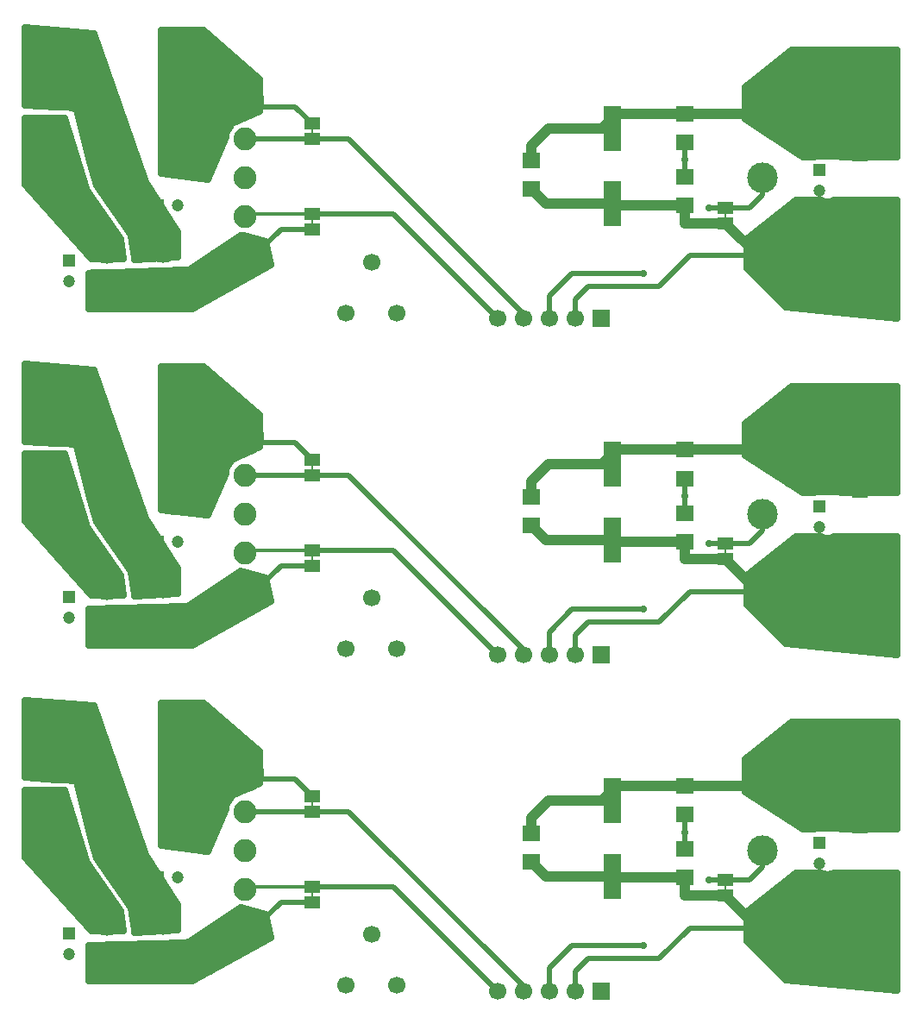
<source format=gtl>
G04 DipTrace 3.2.0.1*
G04 Top.GTL*
%MOIN*%
G04 #@! TF.FileFunction,Copper,L1,Top*
G04 #@! TF.Part,Single*
G04 #@! TA.AperFunction,Conductor*
%ADD14C,0.019685*%
%ADD15C,0.012992*%
%ADD16C,0.03937*%
G04 #@! TA.AperFunction,CopperBalancing*
%ADD17C,0.025*%
%ADD18R,0.070866X0.062992*%
G04 #@! TA.AperFunction,ComponentPad*
%ADD19C,0.047244*%
%ADD20R,0.047244X0.047244*%
%ADD21R,0.066929X0.066929*%
%ADD22C,0.066929*%
%ADD23C,0.11811*%
%ADD24C,0.088583*%
%ADD25C,0.15*%
%ADD26O,0.114173X0.098425*%
%ADD29R,0.063X0.046*%
%ADD30R,0.008X0.025*%
G04 #@! TA.AperFunction,ComponentPad*
%ADD33C,0.066929*%
%ADD35C,0.11811*%
%ADD36C,0.062992*%
%ADD37R,0.062992X0.062992*%
%ADD39R,0.070866X0.173228*%
G04 #@! TA.AperFunction,ViaPad*
%ADD40C,0.027559*%
%FSLAX26Y26*%
G04*
G70*
G90*
G75*
G01*
G04 Top*
%LPD*%
X1261220Y866249D2*
D14*
X1196219Y931251D1*
X1001231D1*
Y956251D1*
X1261220Y456251D2*
X1141241D1*
X1053740Y368749D1*
X1001231D1*
Y356251D1*
X1261220Y806249D2*
Y806251D1*
X1001231D1*
X1261220Y806249D2*
X1403740D1*
X2078740Y131249D1*
Y112500D1*
X1261220Y516251D2*
X1574990D1*
X1978740Y112500D1*
X1261220Y516251D2*
D15*
X1011231D1*
X1001231Y506251D1*
X3001231Y656251D2*
D14*
Y591240D1*
X2951241Y541251D1*
X2859991D1*
X2794991D1*
X2541240Y287500D2*
X2266240D1*
X2178740Y200000D1*
Y112500D1*
X2859991Y356251D2*
X3001231D1*
X2278740Y112500D2*
Y187500D1*
X2328740Y237500D1*
X2603740D1*
X2722491Y356251D1*
X3001231D1*
X2703740Y550000D2*
D16*
Y481251D1*
X2859991D1*
X2422236Y556192D2*
X2428428Y550000D1*
X2703740D1*
X2109769Y612436D2*
X2166013Y556192D1*
X2422236D1*
X2859991Y481251D2*
X2984991Y356251D1*
X3001231D1*
X2703740Y903987D2*
X2948967D1*
X3001231Y956251D1*
X2422236Y847530D2*
X2382360D1*
X2438816Y903987D1*
X2703740D1*
X2109769Y722672D2*
Y781168D1*
X2176131Y847530D1*
X2422236D1*
X2703740Y660236D2*
D14*
Y725000D1*
Y793751D1*
D40*
X2794991Y541251D3*
X2541240Y287500D3*
X2703740Y725000D3*
X3085782Y1125131D2*
D17*
X3520005D1*
X3054706Y1100262D2*
X3520005D1*
X3023631Y1075394D2*
X3520005D1*
X2992520Y1050525D2*
X3520005D1*
X2961444Y1025656D2*
X3520005D1*
X2937509Y1000787D2*
X3520005D1*
X2937509Y975919D2*
X3520005D1*
X2937509Y951050D2*
X3520005D1*
X2937509Y926181D2*
X3520005D1*
X2937509Y901312D2*
X3520005D1*
X2945726Y876444D2*
X3520005D1*
X2984087Y851575D2*
X3520005D1*
X3022411Y826706D2*
X3520005D1*
X3060735Y801837D2*
X3520005D1*
X3099096Y776969D2*
X3520005D1*
X3137420Y752100D2*
X3520005D1*
X3212812Y741354D2*
X3303854D1*
Y737514D1*
X3522522Y737500D1*
X3522490Y1149976D1*
X3114391Y1150000D1*
X2935018Y1006514D1*
X2934991Y881773D1*
X3157462Y737486D1*
X3203655Y737500D1*
X3203626Y741354D1*
X3212812D1*
X681259Y1200131D2*
X869243D1*
X681259Y1175262D2*
X898094D1*
X681259Y1150394D2*
X926980D1*
X681259Y1125525D2*
X955867D1*
X681259Y1100656D2*
X984755D1*
X681259Y1075787D2*
X1013642D1*
X681259Y1050919D2*
X1042528D1*
X681259Y1026050D2*
X1057492D1*
X681259Y1001181D2*
X1057492D1*
X681259Y976312D2*
X1057492D1*
X681259Y951444D2*
X1057492D1*
X681259Y926575D2*
X1057492D1*
X681259Y901706D2*
X1029000D1*
X681259Y876837D2*
X973020D1*
X681259Y851969D2*
X941119D1*
X681259Y827100D2*
X928201D1*
X681259Y802231D2*
X920738D1*
X681259Y777362D2*
X910080D1*
X681259Y752493D2*
X899421D1*
X681259Y727625D2*
X888764D1*
X681259Y702756D2*
X878106D1*
X681259Y677887D2*
X867449D1*
X845357Y653018D2*
X856791D1*
X928101Y813566D2*
X929723Y823419D1*
X933290Y834392D1*
X938529Y844675D1*
X945311Y854010D1*
X949413Y862909D1*
X951260Y865196D1*
X953591Y866987D1*
X1030466Y901251D1*
X1060010Y914382D1*
X1059991Y1038020D1*
X842856Y1224996D1*
X678727Y1225000D1*
X678740Y673568D1*
X858466Y651070D1*
X928043Y813440D1*
X156259Y862631D2*
X312055D1*
X156259Y837762D2*
X319627D1*
X156259Y812894D2*
X327198D1*
X156259Y788025D2*
X334770D1*
X156259Y763156D2*
X342306D1*
X156259Y738287D2*
X349877D1*
X156259Y713419D2*
X357449D1*
X156259Y688550D2*
X365020D1*
X156259Y663681D2*
X372592D1*
X156259Y638812D2*
X380163D1*
X170396Y613944D2*
X387735D1*
X192609Y589075D2*
X402375D1*
X214822Y564206D2*
X419780D1*
X237070Y539337D2*
X437184D1*
X259282Y514469D2*
X454587D1*
X281493Y489600D2*
X472026D1*
X303706Y464731D2*
X489430D1*
X325954Y439862D2*
X506835D1*
X348167Y414993D2*
X521224D1*
X370379Y390125D2*
X524525D1*
X392627Y365256D2*
X527862D1*
X291205Y887500D2*
X153768D1*
X153740Y629802D1*
X409319Y343766D1*
X533247Y343749D1*
X523001Y420335D1*
X392504Y607022D1*
X389108Y617648D1*
X306975Y887513D1*
X291236Y887500D1*
X156259Y1212631D2*
X417268D1*
X156259Y1187762D2*
X425844D1*
X156259Y1162894D2*
X434385D1*
X156259Y1138025D2*
X442961D1*
X156259Y1113156D2*
X451501D1*
X156259Y1088287D2*
X460077D1*
X156259Y1063419D2*
X468618D1*
X156259Y1038550D2*
X477159D1*
X156259Y1013681D2*
X485735D1*
X156259Y988812D2*
X494276D1*
X156259Y963944D2*
X502852D1*
X156259Y939075D2*
X511392D1*
X356205Y914206D2*
X519969D1*
X362413Y889337D2*
X528509D1*
X368621Y864469D2*
X537085D1*
X374865Y839600D2*
X545625D1*
X381072Y814731D2*
X554202D1*
X387281Y789862D2*
X562741D1*
X393488Y764993D2*
X571319D1*
X399732Y740125D2*
X579858D1*
X405940Y715256D2*
X588399D1*
X413117Y690387D2*
X596975D1*
X420689Y665518D2*
X605516D1*
X428260Y640650D2*
X614092D1*
X439635Y615781D2*
X629415D1*
X457039Y590912D2*
X645455D1*
X474479Y566043D2*
X661495D1*
X491883Y541175D2*
X677535D1*
X509286Y516306D2*
X693576D1*
X526690Y491437D2*
X709615D1*
X544094Y466568D2*
X725692D1*
X561499Y441699D2*
X738755D1*
X568101Y416831D2*
X738755D1*
X571403Y391962D2*
X738755D1*
X574703Y367093D2*
X738755D1*
X578041Y342224D2*
X618685D1*
X273689Y929248D2*
X319080Y929110D1*
X323600Y928307D1*
X327937Y926807D1*
X330012Y925803D1*
X344045Y924681D1*
X346811Y923690D1*
X349269Y922081D1*
X351283Y919942D1*
X352744Y917391D1*
X355594Y906619D1*
X405739Y706385D1*
X430371Y625451D1*
X560295Y439667D1*
X562277Y435528D1*
X563588Y431129D1*
X574909Y346915D1*
X575891Y339551D1*
X741218Y349285D1*
X741240Y446337D1*
X617276Y638769D1*
X419556Y1213273D1*
X153710Y1236369D1*
X153740Y936766D1*
X273638Y929249D1*
X953987Y412631D2*
X1065252D1*
X916668Y387762D2*
X1083194D1*
X879348Y362894D2*
X1089043D1*
X842064Y338025D2*
X1094892D1*
X804745Y313156D2*
X1089331D1*
X412495Y288287D2*
X1044906D1*
X400008Y263419D2*
X1000517D1*
X400008Y238550D2*
X956093D1*
X400008Y213681D2*
X911703D1*
X400008Y188812D2*
X867280D1*
X400008Y163944D2*
X822891D1*
X999180Y432791D2*
X989727Y433617D1*
X984280Y434504D1*
X783962Y301143D1*
X781165Y300238D1*
X769955Y299715D1*
X397486Y287890D1*
X397490Y149969D1*
X800492Y150000D1*
X1101927Y318811D1*
X1080732Y408832D1*
X999411Y432730D1*
X3103730Y543881D2*
X3519974D1*
X3071865Y519012D2*
X3519974D1*
X3040035Y494143D2*
X3519974D1*
X3008206Y469274D2*
X3519974D1*
X2976377Y444406D2*
X3519974D1*
X2944547Y419537D2*
X3519974D1*
X2943759Y394668D2*
X3519974D1*
X2943759Y369799D2*
X3519974D1*
X2943759Y344930D2*
X3519974D1*
X2943759Y320062D2*
X3519974D1*
X2953734Y295193D2*
X3519974D1*
X2978601Y270324D2*
X3519974D1*
X3003470Y245455D2*
X3519974D1*
X3028337Y220587D2*
X3519974D1*
X3053205Y195718D2*
X3519974D1*
X3078072Y170849D2*
X3519974D1*
X3193727Y145980D2*
X3519974D1*
X3449509Y121112D2*
X3519974D1*
X3278114Y568757D2*
X3272919Y566201D1*
X3265440Y563770D1*
X3257672Y562541D1*
X3249808D1*
X3242041Y563770D1*
X3234562Y566201D1*
X3229366Y568757D1*
X3133051Y568749D1*
X2941235Y418899D1*
X2941240Y305164D1*
X3090660Y155757D1*
X3522467Y113777D1*
X3522490Y568755D1*
X3278167Y568749D1*
D18*
X2109769Y612436D3*
Y722672D3*
X2703740Y793751D3*
Y903987D3*
Y550000D3*
Y660236D3*
D19*
X743110Y550000D3*
D20*
X664370D3*
D21*
X2378740Y112500D3*
D22*
X2278740D3*
X2178740D3*
X2078740D3*
X1978740D3*
D23*
X3001231Y956251D3*
Y656251D3*
Y356251D3*
D24*
X1001231Y656251D3*
Y506251D3*
Y806251D3*
D25*
Y956251D3*
Y356251D3*
D26*
X197491Y1187500D3*
X727806D3*
X197491Y1053642D3*
X727806D3*
D29*
X1261220Y806249D3*
Y866249D3*
D30*
Y836249D3*
D29*
Y456251D3*
Y516251D3*
D30*
Y486251D3*
D29*
X2859991Y481251D3*
Y541251D3*
D30*
Y511251D3*
D33*
X1491240Y331251D3*
X1589665Y134400D3*
X1392815D3*
D26*
X197491Y837500D3*
X727806D3*
X197491Y703642D3*
X727806D3*
D35*
X684990Y387500D3*
Y222146D3*
X468454Y383563D3*
Y218209D3*
X3472491Y200000D3*
X3172491D3*
X3472491Y500000D3*
X3172491D3*
X3472491Y800000D3*
X3172491D3*
X3472491Y1100000D3*
X3172491D3*
D19*
X322491Y256251D3*
D20*
Y334991D3*
D19*
X3222491Y606251D3*
D20*
Y684991D3*
D36*
X3378740Y550000D3*
D37*
Y750000D3*
D39*
X2422236Y556192D3*
Y847530D3*
X1261220Y2165462D2*
D14*
X1196219Y2230463D1*
X1001231D1*
Y2255463D1*
X1261220Y1755463D2*
X1141241D1*
X1053740Y1667962D1*
X1001231D1*
Y1655463D1*
X1261220Y2105462D2*
Y2105463D1*
X1001231D1*
X1261220Y2105462D2*
X1403740D1*
X2078740Y1430462D1*
Y1411713D1*
X1261220Y1815463D2*
X1574990D1*
X1978740Y1411713D1*
X1261220Y1815463D2*
D15*
X1011231D1*
X1001231Y1805463D1*
X3001231Y1955463D2*
D14*
Y1890453D1*
X2951241Y1840463D1*
X2859991D1*
X2794991D1*
X2541240Y1586713D2*
X2266240D1*
X2178740Y1499213D1*
Y1411713D1*
X2859991Y1655463D2*
X3001231D1*
X2278740Y1411713D2*
Y1486713D1*
X2328740Y1536713D1*
X2603740D1*
X2722491Y1655463D1*
X3001231D1*
X2703740Y1849213D2*
D16*
Y1780463D1*
X2859991D1*
X2422236Y1855404D2*
X2428428Y1849213D1*
X2703740D1*
X2109769Y1911648D2*
X2166013Y1855404D1*
X2422236D1*
X2859991Y1780463D2*
X2984991Y1655463D1*
X3001231D1*
X2703740Y2203199D2*
X2948967D1*
X3001231Y2255463D1*
X2422236Y2146743D2*
X2382360D1*
X2438816Y2203199D1*
X2703740D1*
X2109769Y2021885D2*
Y2080381D1*
X2176131Y2146743D1*
X2422236D1*
X2703740Y1959449D2*
D14*
Y2024213D1*
Y2092963D1*
D40*
X2794991Y1840463D3*
X2541240Y1586713D3*
X2703740Y2024213D3*
X3085782Y2424344D2*
D17*
X3520005D1*
X3054706Y2399475D2*
X3520005D1*
X3023631Y2374606D2*
X3520005D1*
X2992520Y2349738D2*
X3520005D1*
X2961444Y2324869D2*
X3520005D1*
X2937509Y2300000D2*
X3520005D1*
X2937509Y2275131D2*
X3520005D1*
X2937509Y2250262D2*
X3520005D1*
X2937509Y2225394D2*
X3520005D1*
X2937509Y2200525D2*
X3520005D1*
X2945726Y2175656D2*
X3520005D1*
X2984087Y2150787D2*
X3520005D1*
X3022411Y2125919D2*
X3520005D1*
X3060735Y2101050D2*
X3520005D1*
X3099096Y2076181D2*
X3520005D1*
X3137420Y2051312D2*
X3520005D1*
X3212812Y2040567D2*
X3303854D1*
Y2036727D1*
X3522522Y2036713D1*
X3522490Y2449189D1*
X3114391Y2449213D1*
X2935018Y2305727D1*
X2934991Y2180986D1*
X3157462Y2036698D1*
X3203655Y2036713D1*
X3203626Y2040567D1*
X3212812D1*
X681259Y2499344D2*
X869243D1*
X681259Y2474475D2*
X898094D1*
X681259Y2449606D2*
X926980D1*
X681259Y2424738D2*
X955867D1*
X681259Y2399869D2*
X984755D1*
X681259Y2375000D2*
X1013642D1*
X681259Y2350131D2*
X1042528D1*
X681259Y2325262D2*
X1057492D1*
X681259Y2300394D2*
X1057492D1*
X681259Y2275525D2*
X1057492D1*
X681259Y2250656D2*
X1057492D1*
X681259Y2225787D2*
X1057492D1*
X681259Y2200919D2*
X1029000D1*
X681259Y2176050D2*
X973020D1*
X681259Y2151181D2*
X941119D1*
X681259Y2126312D2*
X928201D1*
X681259Y2101444D2*
X920738D1*
X681259Y2076575D2*
X910080D1*
X681259Y2051706D2*
X899421D1*
X681259Y2026837D2*
X888764D1*
X681259Y2001969D2*
X878106D1*
X681259Y1977100D2*
X867449D1*
X845357Y1952231D2*
X856791D1*
X928101Y2112778D2*
X929723Y2122631D1*
X933290Y2133605D1*
X938529Y2143887D1*
X945311Y2153223D1*
X949413Y2162122D1*
X951260Y2164408D1*
X953591Y2166199D1*
X1030466Y2200463D1*
X1060010Y2213594D1*
X1059991Y2337232D1*
X842856Y2524209D1*
X678727Y2524213D1*
X678740Y1972781D1*
X858466Y1950282D1*
X928043Y2112652D1*
X156259Y2161844D2*
X312055D1*
X156259Y2136975D2*
X319627D1*
X156259Y2112106D2*
X327198D1*
X156259Y2087238D2*
X334770D1*
X156259Y2062369D2*
X342306D1*
X156259Y2037500D2*
X349877D1*
X156259Y2012631D2*
X357449D1*
X156259Y1987762D2*
X365020D1*
X156259Y1962894D2*
X372592D1*
X156259Y1938025D2*
X380163D1*
X170396Y1913156D2*
X387735D1*
X192609Y1888287D2*
X402375D1*
X214822Y1863419D2*
X419780D1*
X237070Y1838550D2*
X437184D1*
X259282Y1813681D2*
X454587D1*
X281493Y1788812D2*
X472026D1*
X303706Y1763944D2*
X489430D1*
X325954Y1739075D2*
X506835D1*
X348167Y1714206D2*
X521224D1*
X370379Y1689337D2*
X524525D1*
X392627Y1664469D2*
X527862D1*
X291205Y2186713D2*
X153768D1*
X153740Y1929014D1*
X409319Y1642979D1*
X533247Y1642962D1*
X523001Y1719547D1*
X392504Y1906235D1*
X389108Y1916861D1*
X306975Y2186726D1*
X291236Y2186713D1*
X156259Y2511844D2*
X417268D1*
X156259Y2486975D2*
X425844D1*
X156259Y2462106D2*
X434385D1*
X156259Y2437238D2*
X442961D1*
X156259Y2412369D2*
X451501D1*
X156259Y2387500D2*
X460077D1*
X156259Y2362631D2*
X468618D1*
X156259Y2337762D2*
X477159D1*
X156259Y2312894D2*
X485735D1*
X156259Y2288025D2*
X494276D1*
X156259Y2263156D2*
X502852D1*
X156259Y2238287D2*
X511392D1*
X356205Y2213419D2*
X519969D1*
X362413Y2188550D2*
X528509D1*
X368621Y2163681D2*
X537085D1*
X374865Y2138812D2*
X545625D1*
X381072Y2113944D2*
X554202D1*
X387281Y2089075D2*
X562741D1*
X393488Y2064206D2*
X571319D1*
X399732Y2039337D2*
X579858D1*
X405940Y2014469D2*
X588399D1*
X413117Y1989600D2*
X596975D1*
X420689Y1964731D2*
X605516D1*
X428260Y1939862D2*
X614092D1*
X439635Y1914993D2*
X629415D1*
X457039Y1890125D2*
X645455D1*
X474479Y1865256D2*
X661495D1*
X491883Y1840387D2*
X677535D1*
X509286Y1815518D2*
X693576D1*
X526690Y1790650D2*
X709615D1*
X544094Y1765781D2*
X725692D1*
X561499Y1740912D2*
X738755D1*
X568101Y1716043D2*
X738755D1*
X571403Y1691175D2*
X738755D1*
X574703Y1666306D2*
X738755D1*
X578041Y1641437D2*
X618685D1*
X273689Y2228461D2*
X319080Y2228323D1*
X323600Y2227520D1*
X327937Y2226020D1*
X330012Y2225016D1*
X344045Y2223894D1*
X346811Y2222903D1*
X349269Y2221294D1*
X351283Y2219155D1*
X352744Y2216604D1*
X355594Y2205832D1*
X405739Y2005597D1*
X430371Y1924664D1*
X560295Y1738879D1*
X562277Y1734740D1*
X563588Y1730341D1*
X574909Y1646127D1*
X575891Y1638764D1*
X741218Y1648497D1*
X741240Y1745550D1*
X617276Y1937982D1*
X419556Y2512486D1*
X153710Y2535581D1*
X153740Y2235979D1*
X273638Y2228462D1*
X953987Y1711844D2*
X1065252D1*
X916668Y1686975D2*
X1083194D1*
X879348Y1662106D2*
X1089043D1*
X842064Y1637238D2*
X1094892D1*
X804745Y1612369D2*
X1089331D1*
X412495Y1587500D2*
X1044906D1*
X400008Y1562631D2*
X1000517D1*
X400008Y1537762D2*
X956093D1*
X400008Y1512894D2*
X911703D1*
X400008Y1488025D2*
X867280D1*
X400008Y1463156D2*
X822891D1*
X999180Y1732004D2*
X989727Y1732829D1*
X984280Y1733717D1*
X783962Y1600356D1*
X781165Y1599450D1*
X769955Y1598928D1*
X397486Y1587102D1*
X397490Y1449181D1*
X800492Y1449213D1*
X1101927Y1618024D1*
X1080732Y1708045D1*
X999411Y1731942D1*
X3103730Y1843093D2*
X3519974D1*
X3071865Y1818224D2*
X3519974D1*
X3040035Y1793356D2*
X3519974D1*
X3008206Y1768487D2*
X3519974D1*
X2976377Y1743618D2*
X3519974D1*
X2944547Y1718749D2*
X3519974D1*
X2943759Y1693881D2*
X3519974D1*
X2943759Y1669012D2*
X3519974D1*
X2943759Y1644143D2*
X3519974D1*
X2943759Y1619274D2*
X3519974D1*
X2953734Y1594406D2*
X3519974D1*
X2978601Y1569537D2*
X3519974D1*
X3003470Y1544668D2*
X3519974D1*
X3028337Y1519799D2*
X3519974D1*
X3053205Y1494930D2*
X3519974D1*
X3078072Y1470062D2*
X3519974D1*
X3193727Y1445193D2*
X3519974D1*
X3449509Y1420324D2*
X3519974D1*
X3278114Y1867970D2*
X3272919Y1865413D1*
X3265440Y1862983D1*
X3257672Y1861753D1*
X3249808D1*
X3242041Y1862983D1*
X3234562Y1865413D1*
X3229366Y1867970D1*
X3133051Y1867962D1*
X2941235Y1718112D1*
X2941240Y1604377D1*
X3090660Y1454970D1*
X3522467Y1412990D1*
X3522490Y1867967D1*
X3278167Y1867962D1*
D18*
X2109769Y1911648D3*
Y2021885D3*
X2703740Y2092963D3*
Y2203199D3*
Y1849213D3*
Y1959449D3*
D19*
X743110Y1849213D3*
D20*
X664370D3*
D21*
X2378740Y1411713D3*
D22*
X2278740D3*
X2178740D3*
X2078740D3*
X1978740D3*
D23*
X3001231Y2255463D3*
Y1955463D3*
Y1655463D3*
D24*
X1001231Y1955463D3*
Y1805463D3*
Y2105463D3*
D25*
Y2255463D3*
Y1655463D3*
D26*
X197491Y2486713D3*
X727806D3*
X197491Y2352854D3*
X727806D3*
D29*
X1261220Y2105462D3*
Y2165462D3*
D30*
Y2135462D3*
D29*
Y1755463D3*
Y1815463D3*
D30*
Y1785463D3*
D29*
X2859991Y1780463D3*
Y1840463D3*
D30*
Y1810463D3*
D33*
X1491240Y1630463D3*
X1589665Y1433613D3*
X1392815D3*
D26*
X197491Y2136713D3*
X727806D3*
X197491Y2002854D3*
X727806D3*
D35*
X684990Y1686713D3*
Y1521358D3*
X468454Y1682776D3*
Y1517421D3*
X3472491Y1499213D3*
X3172491D3*
X3472491Y1799213D3*
X3172491D3*
X3472491Y2099213D3*
X3172491D3*
X3472491Y2399213D3*
X3172491D3*
D19*
X322491Y1555463D3*
D20*
Y1634203D3*
D19*
X3222491Y1905463D3*
D20*
Y1984203D3*
D36*
X3378740Y1849213D3*
D37*
Y2049213D3*
D39*
X2422236Y1855404D3*
Y2146743D3*
X1261220Y3464675D2*
D14*
X1196219Y3529676D1*
X1001231D1*
Y3554676D1*
X1261220Y3054676D2*
X1141241D1*
X1053740Y2967175D1*
X1001231D1*
Y2954676D1*
X1261220Y3404675D2*
Y3404676D1*
X1001231D1*
X1261220Y3404675D2*
X1403740D1*
X2078740Y2729675D1*
Y2710925D1*
X1261220Y3114676D2*
X1574990D1*
X1978740Y2710925D1*
X1261220Y3114676D2*
D15*
X1011231D1*
X1001231Y3104676D1*
X3001231Y3254676D2*
D14*
Y3189665D1*
X2951241Y3139676D1*
X2859991D1*
X2794991D1*
X2541240Y2885925D2*
X2266240D1*
X2178740Y2798425D1*
Y2710925D1*
X2859991Y2954676D2*
X3001231D1*
X2278740Y2710925D2*
Y2785925D1*
X2328740Y2835925D1*
X2603740D1*
X2722491Y2954676D1*
X3001231D1*
X2703740Y3148425D2*
D16*
Y3079676D1*
X2859991D1*
X2422236Y3154617D2*
X2428428Y3148425D1*
X2703740D1*
X2109769Y3210861D2*
X2166013Y3154617D1*
X2422236D1*
X2859991Y3079676D2*
X2984991Y2954676D1*
X3001231D1*
X2703740Y3502412D2*
X2948967D1*
X3001231Y3554676D1*
X2422236Y3445955D2*
X2382360D1*
X2438816Y3502412D1*
X2703740D1*
X2109769Y3321097D2*
Y3379593D1*
X2176131Y3445955D1*
X2422236D1*
X2703740Y3258661D2*
D14*
Y3323425D1*
Y3392176D1*
D40*
X2794991Y3139676D3*
X2541240Y2885925D3*
X2703740Y3323425D3*
X3085782Y3723556D2*
D17*
X3520005D1*
X3054706Y3698688D2*
X3520005D1*
X3023631Y3673819D2*
X3520005D1*
X2992520Y3648950D2*
X3520005D1*
X2961444Y3624081D2*
X3520005D1*
X2937509Y3599213D2*
X3520005D1*
X2937509Y3574344D2*
X3520005D1*
X2937509Y3549475D2*
X3520005D1*
X2937509Y3524606D2*
X3520005D1*
X2937509Y3499738D2*
X3520005D1*
X2945726Y3474869D2*
X3520005D1*
X2984087Y3450000D2*
X3520005D1*
X3022411Y3425131D2*
X3520005D1*
X3060735Y3400262D2*
X3520005D1*
X3099096Y3375394D2*
X3520005D1*
X3137420Y3350525D2*
X3520005D1*
X3212812Y3339780D2*
X3303854D1*
Y3335940D1*
X3522522Y3335925D1*
X3522490Y3748402D1*
X3114391Y3748425D1*
X2935018Y3604940D1*
X2934991Y3480198D1*
X3157462Y3335911D1*
X3203655Y3335925D1*
X3203626Y3339780D1*
X3212812D1*
X681259Y3798556D2*
X869243D1*
X681259Y3773688D2*
X898094D1*
X681259Y3748819D2*
X926980D1*
X681259Y3723950D2*
X955867D1*
X681259Y3699081D2*
X984755D1*
X681259Y3674213D2*
X1013642D1*
X681259Y3649344D2*
X1042528D1*
X681259Y3624475D2*
X1057492D1*
X681259Y3599606D2*
X1057492D1*
X681259Y3574738D2*
X1057492D1*
X681259Y3549869D2*
X1057492D1*
X681259Y3525000D2*
X1057492D1*
X681259Y3500131D2*
X1029000D1*
X681259Y3475262D2*
X973020D1*
X681259Y3450394D2*
X941119D1*
X681259Y3425525D2*
X928201D1*
X681259Y3400656D2*
X920738D1*
X681259Y3375787D2*
X910080D1*
X681259Y3350919D2*
X899421D1*
X681259Y3326050D2*
X888764D1*
X681259Y3301181D2*
X878106D1*
X681259Y3276312D2*
X867449D1*
X845357Y3251444D2*
X856791D1*
X928101Y3411991D2*
X929723Y3421844D1*
X933290Y3432818D1*
X938529Y3443100D1*
X945311Y3452436D1*
X949413Y3461335D1*
X951260Y3463621D1*
X953591Y3465412D1*
X1030466Y3499676D1*
X1060010Y3512807D1*
X1059991Y3636445D1*
X842856Y3823421D1*
X678727Y3823425D1*
X678740Y3271993D1*
X858466Y3249495D1*
X928043Y3411865D1*
X156259Y3461056D2*
X312055D1*
X156259Y3436188D2*
X319627D1*
X156259Y3411319D2*
X327198D1*
X156259Y3386450D2*
X334770D1*
X156259Y3361581D2*
X342306D1*
X156259Y3336713D2*
X349877D1*
X156259Y3311844D2*
X357449D1*
X156259Y3286975D2*
X365020D1*
X156259Y3262106D2*
X372592D1*
X156259Y3237238D2*
X380163D1*
X170396Y3212369D2*
X387735D1*
X192609Y3187500D2*
X402375D1*
X214822Y3162631D2*
X419780D1*
X237070Y3137762D2*
X437184D1*
X259282Y3112894D2*
X454587D1*
X281493Y3088025D2*
X472026D1*
X303706Y3063156D2*
X489430D1*
X325954Y3038287D2*
X506835D1*
X348167Y3013419D2*
X521224D1*
X370379Y2988550D2*
X524525D1*
X392627Y2963681D2*
X527862D1*
X291205Y3485925D2*
X153768D1*
X153740Y3228227D1*
X409319Y2942192D1*
X533247Y2942175D1*
X523001Y3018760D1*
X392504Y3205448D1*
X389108Y3216073D1*
X306975Y3485938D1*
X291236Y3485925D1*
X156259Y3811056D2*
X417268D1*
X156259Y3786188D2*
X425844D1*
X156259Y3761319D2*
X434385D1*
X156259Y3736450D2*
X442961D1*
X156259Y3711581D2*
X451501D1*
X156259Y3686713D2*
X460077D1*
X156259Y3661844D2*
X468618D1*
X156259Y3636975D2*
X477159D1*
X156259Y3612106D2*
X485735D1*
X156259Y3587238D2*
X494276D1*
X156259Y3562369D2*
X502852D1*
X156259Y3537500D2*
X511392D1*
X356205Y3512631D2*
X519969D1*
X362413Y3487762D2*
X528509D1*
X368621Y3462894D2*
X537085D1*
X374865Y3438025D2*
X545625D1*
X381072Y3413156D2*
X554202D1*
X387281Y3388287D2*
X562741D1*
X393488Y3363419D2*
X571319D1*
X399732Y3338550D2*
X579858D1*
X405940Y3313681D2*
X588399D1*
X413117Y3288812D2*
X596975D1*
X420689Y3263944D2*
X605516D1*
X428260Y3239075D2*
X614092D1*
X439635Y3214206D2*
X629415D1*
X457039Y3189337D2*
X645455D1*
X474479Y3164469D2*
X661495D1*
X491883Y3139600D2*
X677535D1*
X509286Y3114731D2*
X693576D1*
X526690Y3089862D2*
X709615D1*
X544094Y3064993D2*
X725692D1*
X561499Y3040125D2*
X738755D1*
X568101Y3015256D2*
X738755D1*
X571403Y2990387D2*
X738755D1*
X574703Y2965518D2*
X738755D1*
X578041Y2940650D2*
X618685D1*
X273689Y3527673D2*
X319080Y3527535D1*
X323600Y3526732D1*
X327937Y3525232D1*
X330012Y3524228D1*
X344045Y3523106D1*
X346811Y3522115D1*
X349269Y3520507D1*
X351283Y3518367D1*
X352744Y3515816D1*
X355594Y3505045D1*
X405739Y3304810D1*
X430371Y3223877D1*
X560295Y3038092D1*
X562277Y3033953D1*
X563588Y3029554D1*
X574909Y2945340D1*
X575891Y2937976D1*
X741218Y2947710D1*
X741240Y3044762D1*
X617276Y3237194D1*
X419556Y3811698D1*
X153710Y3834794D1*
X153740Y3535192D1*
X273638Y3527675D1*
X953987Y3011056D2*
X1065252D1*
X916668Y2986188D2*
X1083194D1*
X879348Y2961319D2*
X1089043D1*
X842064Y2936450D2*
X1094892D1*
X804745Y2911581D2*
X1089331D1*
X412495Y2886713D2*
X1044906D1*
X400008Y2861844D2*
X1000517D1*
X400008Y2836975D2*
X956093D1*
X400008Y2812106D2*
X911703D1*
X400008Y2787238D2*
X867280D1*
X400008Y2762369D2*
X822891D1*
X999180Y3031217D2*
X989727Y3032042D1*
X984280Y3032929D1*
X783962Y2899568D1*
X781165Y2898663D1*
X769955Y2898140D1*
X397486Y2886315D1*
X397490Y2748394D1*
X800492Y2748425D1*
X1101927Y2917236D1*
X1080732Y3007257D1*
X999411Y3031155D1*
X3103730Y3142306D2*
X3519974D1*
X3071865Y3117437D2*
X3519974D1*
X3040035Y3092568D2*
X3519974D1*
X3008206Y3067699D2*
X3519974D1*
X2976377Y3042831D2*
X3519974D1*
X2944547Y3017962D2*
X3519974D1*
X2943759Y2993093D2*
X3519974D1*
X2943759Y2968224D2*
X3519974D1*
X2943759Y2943356D2*
X3519974D1*
X2943759Y2918487D2*
X3519974D1*
X2953734Y2893618D2*
X3519974D1*
X2978601Y2868749D2*
X3519974D1*
X3003470Y2843881D2*
X3519974D1*
X3028337Y2819012D2*
X3519974D1*
X3053205Y2794143D2*
X3519974D1*
X3078072Y2769274D2*
X3519974D1*
X3193727Y2744406D2*
X3519974D1*
X3449509Y2719537D2*
X3519974D1*
X3278114Y3167182D2*
X3272919Y3164626D1*
X3265440Y3162196D1*
X3257672Y3160966D1*
X3249808D1*
X3242041Y3162196D1*
X3234562Y3164626D1*
X3229366Y3167182D1*
X3133051Y3167175D1*
X2941235Y3017324D1*
X2941240Y2903589D1*
X3090660Y2754182D1*
X3522467Y2712202D1*
X3522490Y3167180D1*
X3278167Y3167175D1*
D18*
X2109769Y3210861D3*
Y3321097D3*
X2703740Y3392176D3*
Y3502412D3*
Y3148425D3*
Y3258661D3*
D19*
X743110Y3148425D3*
D20*
X664370D3*
D21*
X2378740Y2710925D3*
D22*
X2278740D3*
X2178740D3*
X2078740D3*
X1978740D3*
D23*
X3001231Y3554676D3*
Y3254676D3*
Y2954676D3*
D24*
X1001231Y3254676D3*
Y3104676D3*
Y3404676D3*
D25*
Y3554676D3*
Y2954676D3*
D26*
X197491Y3785925D3*
X727806D3*
X197491Y3652067D3*
X727806D3*
D29*
X1261220Y3404675D3*
Y3464675D3*
D30*
Y3434675D3*
D29*
Y3054676D3*
Y3114676D3*
D30*
Y3084676D3*
D29*
X2859991Y3079676D3*
Y3139676D3*
D30*
Y3109676D3*
D33*
X1491240Y2929676D3*
X1589665Y2732825D3*
X1392815D3*
D26*
X197491Y3435925D3*
X727806D3*
X197491Y3302067D3*
X727806D3*
D35*
X684990Y2985925D3*
Y2820571D3*
X468454Y2981988D3*
Y2816634D3*
X3472491Y2798425D3*
X3172491D3*
X3472491Y3098425D3*
X3172491D3*
X3472491Y3398425D3*
X3172491D3*
X3472491Y3698425D3*
X3172491D3*
D19*
X322491Y2854676D3*
D20*
Y2933416D3*
D19*
X3222491Y3204676D3*
D20*
Y3283416D3*
D36*
X3378740Y3148425D3*
D37*
Y3348425D3*
D39*
X2422236Y3154617D3*
Y3445955D3*
M02*

</source>
